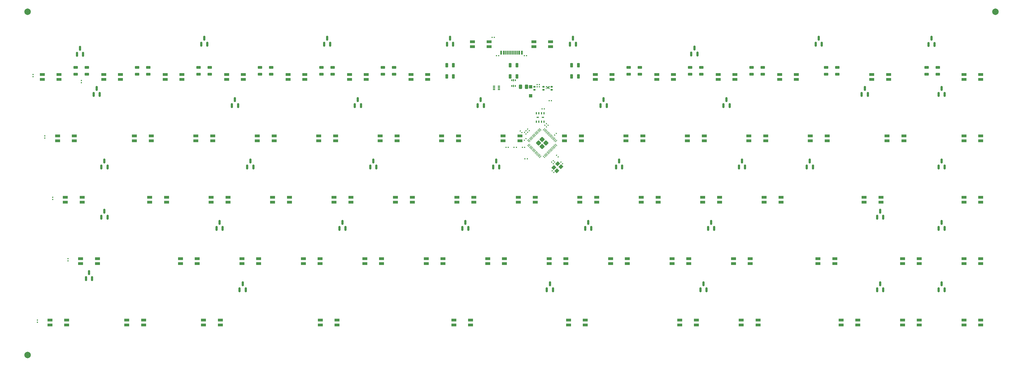
<source format=gbp>
G04 #@! TF.GenerationSoftware,KiCad,Pcbnew,(7.0.0)*
G04 #@! TF.CreationDate,2023-05-15T23:08:46-07:00*
G04 #@! TF.ProjectId,pcb-solder-rails,7063622d-736f-46c6-9465-722d7261696c,1.0*
G04 #@! TF.SameCoordinates,Original*
G04 #@! TF.FileFunction,Paste,Bot*
G04 #@! TF.FilePolarity,Positive*
%FSLAX46Y46*%
G04 Gerber Fmt 4.6, Leading zero omitted, Abs format (unit mm)*
G04 Created by KiCad (PCBNEW (7.0.0)) date 2023-05-15 23:08:46*
%MOMM*%
%LPD*%
G01*
G04 APERTURE LIST*
G04 Aperture macros list*
%AMRoundRect*
0 Rectangle with rounded corners*
0 $1 Rounding radius*
0 $2 $3 $4 $5 $6 $7 $8 $9 X,Y pos of 4 corners*
0 Add a 4 corners polygon primitive as box body*
4,1,4,$2,$3,$4,$5,$6,$7,$8,$9,$2,$3,0*
0 Add four circle primitives for the rounded corners*
1,1,$1+$1,$2,$3*
1,1,$1+$1,$4,$5*
1,1,$1+$1,$6,$7*
1,1,$1+$1,$8,$9*
0 Add four rect primitives between the rounded corners*
20,1,$1+$1,$2,$3,$4,$5,0*
20,1,$1+$1,$4,$5,$6,$7,0*
20,1,$1+$1,$6,$7,$8,$9,0*
20,1,$1+$1,$8,$9,$2,$3,0*%
%AMRotRect*
0 Rectangle, with rotation*
0 The origin of the aperture is its center*
0 $1 length*
0 $2 width*
0 $3 Rotation angle, in degrees counterclockwise*
0 Add horizontal line*
21,1,$1,$2,0,0,$3*%
G04 Aperture macros list end*
%ADD10C,0.010000*%
%ADD11RoundRect,0.082000X-0.718000X0.328000X-0.718000X-0.328000X0.718000X-0.328000X0.718000X0.328000X0*%
%ADD12RoundRect,0.082000X0.718000X-0.328000X0.718000X0.328000X-0.718000X0.328000X-0.718000X-0.328000X0*%
%ADD13C,2.000000*%
%ADD14RoundRect,0.079500X0.079500X0.100500X-0.079500X0.100500X-0.079500X-0.100500X0.079500X-0.100500X0*%
%ADD15RoundRect,0.150000X0.150000X-0.587500X0.150000X0.587500X-0.150000X0.587500X-0.150000X-0.587500X0*%
%ADD16RoundRect,0.090000X0.560000X-0.360000X0.560000X0.360000X-0.560000X0.360000X-0.560000X-0.360000X0*%
%ADD17RotRect,1.150000X1.000000X45.000000*%
%ADD18RoundRect,0.079500X0.014849X-0.127279X0.127279X-0.014849X-0.014849X0.127279X-0.127279X0.014849X0*%
%ADD19RoundRect,0.079500X-0.100500X0.079500X-0.100500X-0.079500X0.100500X-0.079500X0.100500X0.079500X0*%
%ADD20R,0.375000X0.500000*%
%ADD21R,0.300000X0.650000*%
%ADD22RoundRect,0.079500X-0.127279X-0.014849X-0.014849X-0.127279X0.127279X0.014849X0.014849X0.127279X0*%
%ADD23RoundRect,0.079500X0.100500X-0.079500X0.100500X0.079500X-0.100500X0.079500X-0.100500X-0.079500X0*%
%ADD24R,0.400000X0.800000*%
%ADD25R,0.800000X0.350000*%
%ADD26R,0.600000X1.150000*%
%ADD27R,0.300000X1.150000*%
%ADD28RoundRect,0.079500X0.127279X0.014849X0.014849X0.127279X-0.127279X-0.014849X-0.014849X-0.127279X0*%
%ADD29RoundRect,0.249999X0.000000X0.558616X-0.558616X0.000000X0.000000X-0.558616X0.558616X0.000000X0*%
%ADD30RoundRect,0.050000X0.238649X0.309359X-0.309359X-0.238649X-0.238649X-0.309359X0.309359X0.238649X0*%
%ADD31RoundRect,0.050000X-0.238649X0.309359X-0.309359X0.238649X0.238649X-0.309359X0.309359X-0.238649X0*%
%ADD32RoundRect,0.079500X-0.079500X-0.100500X0.079500X-0.100500X0.079500X0.100500X-0.079500X0.100500X0*%
%ADD33RoundRect,0.090000X0.360000X0.560000X-0.360000X0.560000X-0.360000X-0.560000X0.360000X-0.560000X0*%
%ADD34RoundRect,0.140000X-0.170000X0.140000X-0.170000X-0.140000X0.170000X-0.140000X0.170000X0.140000X0*%
%ADD35RoundRect,0.079500X-0.014849X0.127279X-0.127279X0.014849X0.014849X-0.127279X0.127279X-0.014849X0*%
%ADD36R,0.700000X0.340000*%
%ADD37RoundRect,0.090000X-0.360000X-0.560000X0.360000X-0.560000X0.360000X0.560000X-0.360000X0.560000X0*%
%ADD38RoundRect,0.250000X0.300000X-0.300000X0.300000X0.300000X-0.300000X0.300000X-0.300000X-0.300000X0*%
%ADD39RoundRect,0.243750X-0.243750X-0.456250X0.243750X-0.456250X0.243750X0.456250X-0.243750X0.456250X0*%
G04 APERTURE END LIST*
G04 #@! TO.C,U8*
G36*
X164108663Y85461663D02*
G01*
X163767000Y85120001D01*
X163425337Y85461663D01*
X163767000Y85803326D01*
X164108663Y85461663D01*
G37*
D10*
X164108663Y85461663D02*
X163767000Y85120001D01*
X163425337Y85461663D01*
X163767000Y85803326D01*
X164108663Y85461663D01*
G36*
X164377000Y85030000D02*
G01*
X163952000Y85030000D01*
X163952000Y85060000D01*
X164197000Y85310000D01*
X164377000Y85310000D01*
X164377000Y85030000D01*
G37*
G36*
X164377000Y85610000D02*
G01*
X164197000Y85610000D01*
X163952000Y85860000D01*
X163952000Y85890000D01*
X164377000Y85890000D01*
X164377000Y85610000D01*
G37*
G36*
X163582000Y85060000D02*
G01*
X163582000Y85030000D01*
X163157000Y85030000D01*
X163157000Y85310000D01*
X163337000Y85310000D01*
X163582000Y85060000D01*
G37*
G36*
X163582000Y85860000D02*
G01*
X163337000Y85610000D01*
X163157000Y85610000D01*
X163157000Y85890000D01*
X163582000Y85890000D01*
X163582000Y85860000D01*
G37*
G04 #@! TD*
D11*
G04 #@! TO.C,D16*
X26099500Y89520001D03*
X26099500Y88020001D03*
X31299500Y88020001D03*
X31299500Y89520001D03*
G04 #@! TD*
G04 #@! TO.C,D65*
X145162000Y32370001D03*
X145162000Y30870001D03*
X150362000Y30870001D03*
X150362000Y32370001D03*
G04 #@! TD*
G04 #@! TO.C,D81*
X254699500Y13320001D03*
X254699500Y11820001D03*
X259899500Y11820001D03*
X259899500Y13320001D03*
G04 #@! TD*
G04 #@! TO.C,D72*
X292799500Y32370001D03*
X292799500Y30870001D03*
X297999500Y30870001D03*
X297999500Y32370001D03*
G04 #@! TD*
G04 #@! TO.C,D25*
X197549500Y89520001D03*
X197549500Y88020001D03*
X202749500Y88020001D03*
X202749500Y89520001D03*
G04 #@! TD*
G04 #@! TO.C,D17*
X45149500Y89520001D03*
X45149500Y88020001D03*
X50349500Y88020001D03*
X50349500Y89520001D03*
G04 #@! TD*
G04 #@! TO.C,D78*
X170226000Y13320001D03*
X170226000Y11820001D03*
X175426000Y11820001D03*
X175426000Y13320001D03*
G04 #@! TD*
G04 #@! TO.C,D71*
X273749500Y32370001D03*
X273749500Y30870001D03*
X278949500Y30870001D03*
X278949500Y32370001D03*
G04 #@! TD*
G04 #@! TO.C,D29*
X292799500Y89520001D03*
X292799500Y88020001D03*
X297999500Y88020001D03*
X297999500Y89520001D03*
G04 #@! TD*
G04 #@! TO.C,D48*
X78487000Y51420001D03*
X78487000Y49920001D03*
X83687000Y49920001D03*
X83687000Y51420001D03*
G04 #@! TD*
G04 #@! TO.C,D73*
X9430750Y13320001D03*
X9430750Y11820001D03*
X14630750Y11820001D03*
X14630750Y13320001D03*
G04 #@! TD*
G04 #@! TO.C,D67*
X183262000Y32370001D03*
X183262000Y30870001D03*
X188462000Y30870001D03*
X188462000Y32370001D03*
G04 #@! TD*
G04 #@! TO.C,D37*
X149924500Y70470001D03*
X149924500Y68970001D03*
X155124500Y68970001D03*
X155124500Y70470001D03*
G04 #@! TD*
G04 #@! TO.C,D28*
X264224500Y89520001D03*
X264224500Y88020001D03*
X269424500Y88020001D03*
X269424500Y89520001D03*
G04 #@! TD*
G04 #@! TO.C,D51*
X135637000Y51420001D03*
X135637000Y49920001D03*
X140837000Y49920001D03*
X140837000Y51420001D03*
G04 #@! TD*
G04 #@! TO.C,D38*
X168974500Y70470001D03*
X168974500Y68970001D03*
X174174500Y68970001D03*
X174174500Y70470001D03*
G04 #@! TD*
G04 #@! TO.C,D55*
X211837000Y51420001D03*
X211837000Y49920001D03*
X217037000Y49920001D03*
X217037000Y51420001D03*
G04 #@! TD*
G04 #@! TO.C,D76*
X93240500Y13317901D03*
X93240500Y11817901D03*
X98440500Y11817901D03*
X98440500Y13317901D03*
G04 #@! TD*
G04 #@! TO.C,D15*
X7049500Y89520001D03*
X7049500Y88020001D03*
X12249500Y88020001D03*
X12249500Y89520001D03*
G04 #@! TD*
G04 #@! TO.C,D74*
X33243250Y13320001D03*
X33243250Y11820001D03*
X38443250Y11820001D03*
X38443250Y13320001D03*
G04 #@! TD*
G04 #@! TO.C,D27*
X235649500Y89520001D03*
X235649500Y88020001D03*
X240849500Y88020001D03*
X240849500Y89520001D03*
G04 #@! TD*
G04 #@! TO.C,D58*
X292799500Y51420001D03*
X292799500Y49920001D03*
X297999500Y49920001D03*
X297999500Y51420001D03*
G04 #@! TD*
G04 #@! TO.C,D54*
X192787000Y51420001D03*
X192787000Y49920001D03*
X197987000Y49920001D03*
X197987000Y51420001D03*
G04 #@! TD*
D12*
G04 #@! TO.C,D22*
X145599500Y98179999D03*
X145599500Y99679999D03*
X140399500Y99679999D03*
X140399500Y98179999D03*
G04 #@! TD*
D13*
G04 #@! TO.C,REF\u002A\u002A*
X2500000Y109000000D03*
G04 #@! TD*
D11*
G04 #@! TO.C,D52*
X154687000Y51420001D03*
X154687000Y49920001D03*
X159887000Y49920001D03*
X159887000Y51420001D03*
G04 #@! TD*
G04 #@! TO.C,D40*
X207074500Y70470001D03*
X207074500Y68970001D03*
X212274500Y68970001D03*
X212274500Y70470001D03*
G04 #@! TD*
G04 #@! TO.C,D49*
X97537000Y51420001D03*
X97537000Y49920001D03*
X102737000Y49920001D03*
X102737000Y51420001D03*
G04 #@! TD*
G04 #@! TO.C,D33*
X73724500Y70470001D03*
X73724500Y68970001D03*
X78924500Y68970001D03*
X78924500Y70470001D03*
G04 #@! TD*
G04 #@! TO.C,D66*
X164212000Y32370001D03*
X164212000Y30870001D03*
X169412000Y30870001D03*
X169412000Y32370001D03*
G04 #@! TD*
G04 #@! TO.C,D64*
X126112000Y32370001D03*
X126112000Y30870001D03*
X131312000Y30870001D03*
X131312000Y32370001D03*
G04 #@! TD*
G04 #@! TO.C,D69*
X221362000Y32370001D03*
X221362000Y30870001D03*
X226562000Y30870001D03*
X226562000Y32370001D03*
G04 #@! TD*
G04 #@! TO.C,D19*
X83249500Y89520001D03*
X83249500Y88020001D03*
X88449500Y88020001D03*
X88449500Y89520001D03*
G04 #@! TD*
G04 #@! TO.C,D39*
X188024500Y70470001D03*
X188024500Y68970001D03*
X193224500Y68970001D03*
X193224500Y70470001D03*
G04 #@! TD*
G04 #@! TO.C,D77*
X134641250Y13320001D03*
X134641250Y11820001D03*
X139841250Y11820001D03*
X139841250Y13320001D03*
G04 #@! TD*
D12*
G04 #@! TO.C,D23*
X164649500Y98179999D03*
X164649500Y99679999D03*
X159449500Y99679999D03*
X159449500Y98179999D03*
G04 #@! TD*
D11*
G04 #@! TO.C,D53*
X173737000Y51420001D03*
X173737000Y49920001D03*
X178937000Y49920001D03*
X178937000Y51420001D03*
G04 #@! TD*
D13*
G04 #@! TO.C,REF\u002A\u002A*
X2500000Y2500000D03*
G04 #@! TD*
D11*
G04 #@! TO.C,D75*
X57055750Y13320001D03*
X57055750Y11820001D03*
X62255750Y11820001D03*
X62255750Y13320001D03*
G04 #@! TD*
G04 #@! TO.C,D60*
X49912000Y32370001D03*
X49912000Y30870001D03*
X55112000Y30870001D03*
X55112000Y32370001D03*
G04 #@! TD*
G04 #@! TO.C,D18*
X64199500Y89520001D03*
X64199500Y88020001D03*
X69399500Y88020001D03*
X69399500Y89520001D03*
G04 #@! TD*
D13*
G04 #@! TO.C,REF\u002A\u002A*
X302549000Y109000000D03*
G04 #@! TD*
D11*
G04 #@! TO.C,D24*
X178499500Y89520001D03*
X178499500Y88020001D03*
X183699500Y88020001D03*
X183699500Y89520001D03*
G04 #@! TD*
G04 #@! TO.C,D50*
X116587000Y51420001D03*
X116587000Y49920001D03*
X121787000Y49920001D03*
X121787000Y51420001D03*
G04 #@! TD*
G04 #@! TO.C,D47*
X59437000Y51420001D03*
X59437000Y49920001D03*
X64637000Y49920001D03*
X64637000Y51420001D03*
G04 #@! TD*
G04 #@! TO.C,D42*
X245174500Y70470001D03*
X245174500Y68970001D03*
X250374500Y68970001D03*
X250374500Y70470001D03*
G04 #@! TD*
G04 #@! TO.C,D44*
X292799500Y70470001D03*
X292799500Y68970001D03*
X297999500Y68970001D03*
X297999500Y70470001D03*
G04 #@! TD*
G04 #@! TO.C,D32*
X54674500Y70470001D03*
X54674500Y68970001D03*
X59874500Y68970001D03*
X59874500Y70470001D03*
G04 #@! TD*
G04 #@! TO.C,D36*
X130874500Y70470001D03*
X130874500Y68970001D03*
X136074500Y68970001D03*
X136074500Y70470001D03*
G04 #@! TD*
G04 #@! TO.C,D34*
X92774500Y70470001D03*
X92774500Y68970001D03*
X97974500Y68970001D03*
X97974500Y70470001D03*
G04 #@! TD*
G04 #@! TO.C,D56*
X230887000Y51420001D03*
X230887000Y49920001D03*
X236087000Y49920001D03*
X236087000Y51420001D03*
G04 #@! TD*
G04 #@! TO.C,D68*
X202312000Y32370001D03*
X202312000Y30870001D03*
X207512000Y30870001D03*
X207512000Y32370001D03*
G04 #@! TD*
G04 #@! TO.C,D61*
X68962000Y32370001D03*
X68962000Y30870001D03*
X74162000Y30870001D03*
X74162000Y32370001D03*
G04 #@! TD*
G04 #@! TO.C,D43*
X268987000Y70470001D03*
X268987000Y68970001D03*
X274187000Y68970001D03*
X274187000Y70470001D03*
G04 #@! TD*
G04 #@! TO.C,D57*
X261843250Y51420001D03*
X261843250Y49920001D03*
X267043250Y49920001D03*
X267043250Y51420001D03*
G04 #@! TD*
G04 #@! TO.C,D80*
X223743250Y13320001D03*
X223743250Y11820001D03*
X228943250Y11820001D03*
X228943250Y13320001D03*
G04 #@! TD*
G04 #@! TO.C,D26*
X216599500Y89520001D03*
X216599500Y88020001D03*
X221799500Y88020001D03*
X221799500Y89520001D03*
G04 #@! TD*
G04 #@! TO.C,D41*
X226124500Y70470001D03*
X226124500Y68970001D03*
X231324500Y68970001D03*
X231324500Y70470001D03*
G04 #@! TD*
G04 #@! TO.C,D31*
X35624500Y70470001D03*
X35624500Y68970001D03*
X40824500Y68970001D03*
X40824500Y70470001D03*
G04 #@! TD*
G04 #@! TO.C,D79*
X204654950Y13320001D03*
X204654950Y11820001D03*
X209854950Y11820001D03*
X209854950Y13320001D03*
G04 #@! TD*
G04 #@! TO.C,D63*
X107062000Y32370001D03*
X107062000Y30870001D03*
X112262000Y30870001D03*
X112262000Y32370001D03*
G04 #@! TD*
G04 #@! TO.C,D35*
X111824500Y70470001D03*
X111824500Y68970001D03*
X117024500Y68970001D03*
X117024500Y70470001D03*
G04 #@! TD*
G04 #@! TO.C,D62*
X88012000Y32370001D03*
X88012000Y30870001D03*
X93212000Y30870001D03*
X93212000Y32370001D03*
G04 #@! TD*
G04 #@! TO.C,D59*
X18955750Y32370001D03*
X18955750Y30870001D03*
X24155750Y30870001D03*
X24155750Y32370001D03*
G04 #@! TD*
G04 #@! TO.C,D20*
X102299500Y89520001D03*
X102299500Y88020001D03*
X107499500Y88020001D03*
X107499500Y89520001D03*
G04 #@! TD*
G04 #@! TO.C,D83*
X292799500Y13320001D03*
X292799500Y11820001D03*
X297999500Y11820001D03*
X297999500Y13320001D03*
G04 #@! TD*
G04 #@! TO.C,D82*
X273749500Y13320001D03*
X273749500Y11820001D03*
X278949500Y11820001D03*
X278949500Y13320001D03*
G04 #@! TD*
G04 #@! TO.C,D70*
X247555750Y32370001D03*
X247555750Y30870001D03*
X252755750Y30870001D03*
X252755750Y32370001D03*
G04 #@! TD*
G04 #@! TO.C,D45*
X14193250Y51420001D03*
X14193250Y49920001D03*
X19393250Y49920001D03*
X19393250Y51420001D03*
G04 #@! TD*
G04 #@! TO.C,D21*
X121349500Y89520001D03*
X121349500Y88020001D03*
X126549500Y88020001D03*
X126549500Y89520001D03*
G04 #@! TD*
G04 #@! TO.C,D46*
X40387000Y51420001D03*
X40387000Y49920001D03*
X45587000Y49920001D03*
X45587000Y51420001D03*
G04 #@! TD*
G04 #@! TO.C,D30*
X11812000Y70470001D03*
X11812000Y68970001D03*
X17012000Y68970001D03*
X17012000Y70470001D03*
G04 #@! TD*
D14*
G04 #@! TO.C,FB2*
X147212000Y101100000D03*
X146522000Y101100000D03*
G04 #@! TD*
D15*
G04 #@! TO.C,D108*
X62987000Y41782500D03*
X61087000Y41782500D03*
X62037000Y43657500D03*
G04 #@! TD*
D16*
G04 #@! TO.C,D6*
X112667000Y89650000D03*
X112667000Y91750000D03*
X116117000Y91750000D03*
X116117000Y89650000D03*
G04 #@! TD*
D15*
G04 #@! TO.C,D90*
X248727000Y98932500D03*
X246827000Y98932500D03*
X247777000Y100807500D03*
G04 #@! TD*
G04 #@! TO.C,D109*
X101087000Y41782500D03*
X99187000Y41782500D03*
X100137000Y43657500D03*
G04 #@! TD*
G04 #@! TO.C,D91*
X283687000Y98902500D03*
X281787000Y98902500D03*
X282737000Y100777500D03*
G04 #@! TD*
D17*
G04 #@! TO.C,Y2*
X165633306Y60666255D03*
X166870743Y61903692D03*
X167860692Y60913743D03*
X166623255Y59676306D03*
G04 #@! TD*
D16*
G04 #@! TO.C,D4*
X74577000Y89650000D03*
X74577000Y91750000D03*
X78027000Y91750000D03*
X78027000Y89650000D03*
G04 #@! TD*
D18*
G04 #@! TO.C,C32*
X163393048Y73326048D03*
X163880952Y73813952D03*
G04 #@! TD*
D19*
G04 #@! TO.C,C12*
X15017000Y32385000D03*
X15017000Y31695000D03*
G04 #@! TD*
D15*
G04 #@! TO.C,D92*
X24877000Y83382500D03*
X22977000Y83382500D03*
X23927000Y85257500D03*
G04 #@! TD*
D20*
G04 #@! TO.C,U2*
X153674499Y86029999D03*
D21*
X153136999Y85954999D03*
D20*
X152599499Y86029999D03*
X152599499Y87729999D03*
D21*
X153136999Y87804999D03*
D20*
X153674499Y87729999D03*
G04 #@! TD*
D14*
G04 #@! TO.C,C31*
X156622000Y66960000D03*
X155932000Y66960000D03*
G04 #@! TD*
D15*
G04 #@! TO.C,D84*
X19687000Y95832500D03*
X17787000Y95832500D03*
X18737000Y97707500D03*
G04 #@! TD*
G04 #@! TO.C,D122*
X165382000Y22732500D03*
X163482000Y22732500D03*
X164432000Y24607500D03*
G04 #@! TD*
G04 #@! TO.C,D104*
X186817000Y60832500D03*
X184917000Y60832500D03*
X185867000Y62707500D03*
G04 #@! TD*
D22*
G04 #@! TO.C,R2*
X157023048Y72083952D03*
X157510952Y71596048D03*
G04 #@! TD*
D23*
G04 #@! TO.C,FB1*
X160457000Y85755000D03*
X160457000Y86445000D03*
G04 #@! TD*
D14*
G04 #@! TO.C,C30*
X157402000Y63400000D03*
X156712000Y63400000D03*
G04 #@! TD*
D15*
G04 #@! TO.C,D110*
X139187000Y41782500D03*
X137287000Y41782500D03*
X138237000Y43657500D03*
G04 #@! TD*
G04 #@! TO.C,D88*
X172527000Y98922500D03*
X170627000Y98922500D03*
X171577000Y100797500D03*
G04 #@! TD*
G04 #@! TO.C,D121*
X245967000Y60825000D03*
X244067000Y60825000D03*
X245017000Y62700000D03*
G04 #@! TD*
G04 #@! TO.C,D116*
X70127000Y22732500D03*
X68227000Y22732500D03*
X69177000Y24607500D03*
G04 #@! TD*
G04 #@! TO.C,D107*
X27267000Y45292500D03*
X25367000Y45292500D03*
X26317000Y47167500D03*
G04 #@! TD*
D24*
G04 #@! TO.C,U1*
X162624999Y74929999D03*
X161824999Y74929999D03*
X161024999Y74929999D03*
X160224999Y74929999D03*
X160224999Y77529999D03*
X161024999Y77529999D03*
X161824999Y77529999D03*
X162624999Y77529999D03*
D25*
X162226999Y76229999D03*
X160626999Y76229999D03*
G04 #@! TD*
D16*
G04 #@! TO.C,D5*
X93627000Y89650000D03*
X93627000Y91750000D03*
X97077000Y91750000D03*
X97077000Y89650000D03*
G04 #@! TD*
G04 #@! TO.C,D2*
X36477000Y89650000D03*
X36477000Y91750000D03*
X39927000Y91750000D03*
X39927000Y89650000D03*
G04 #@! TD*
D15*
G04 #@! TO.C,D96*
X182047000Y79882500D03*
X180147000Y79882500D03*
X181097000Y81757500D03*
G04 #@! TD*
G04 #@! TO.C,D95*
X143947000Y79882500D03*
X142047000Y79882500D03*
X142997000Y81757500D03*
G04 #@! TD*
G04 #@! TO.C,D106*
X286827000Y60832500D03*
X284927000Y60832500D03*
X285877000Y62707500D03*
G04 #@! TD*
D19*
G04 #@! TO.C,C9*
X4177000Y89535000D03*
X4177000Y88845000D03*
G04 #@! TD*
D26*
G04 #@! TO.C,J2*
X149336999Y96344999D03*
X150136999Y96344999D03*
D27*
X151286999Y96344999D03*
X152286999Y96344999D03*
X152786999Y96344999D03*
X153786999Y96344999D03*
D26*
X154936999Y96344999D03*
X155736999Y96344999D03*
X155736999Y96344999D03*
X154936999Y96344999D03*
D27*
X154286999Y96344999D03*
X153286999Y96344999D03*
X151786999Y96344999D03*
X150786999Y96344999D03*
D26*
X150136999Y96344999D03*
X149336999Y96344999D03*
G04 #@! TD*
D15*
G04 #@! TO.C,D100*
X27267000Y60832500D03*
X25367000Y60832500D03*
X26317000Y62707500D03*
G04 #@! TD*
D28*
G04 #@! TO.C,C27*
X158020952Y72086048D03*
X157533048Y72573952D03*
G04 #@! TD*
D14*
G04 #@! TO.C,C1*
X162672000Y78890000D03*
X161982000Y78890000D03*
G04 #@! TD*
D19*
G04 #@! TO.C,C11*
X10267000Y51435000D03*
X10267000Y50745000D03*
G04 #@! TD*
D28*
G04 #@! TO.C,C33*
X155720952Y71506048D03*
X155233048Y71993952D03*
G04 #@! TD*
D29*
G04 #@! TO.C,U6*
X163168371Y68288629D03*
X162037000Y69420000D03*
X162037000Y67157258D03*
X160905629Y68288629D03*
D30*
X162629202Y72557786D03*
X162912045Y72274943D03*
X163194887Y71992101D03*
X163477730Y71709258D03*
X163760573Y71426415D03*
X164043415Y71143573D03*
X164326258Y70860730D03*
X164609101Y70577887D03*
X164891944Y70295044D03*
X165174786Y70012202D03*
X165457629Y69729359D03*
X165740472Y69446516D03*
X166023314Y69163674D03*
X166306157Y68880831D03*
D31*
X166306157Y67696427D03*
X166023314Y67413584D03*
X165740472Y67130742D03*
X165457629Y66847899D03*
X165174786Y66565056D03*
X164891944Y66282214D03*
X164609101Y65999371D03*
X164326258Y65716528D03*
X164043415Y65433685D03*
X163760573Y65150843D03*
X163477730Y64868000D03*
X163194887Y64585157D03*
X162912045Y64302315D03*
X162629202Y64019472D03*
D30*
X161444798Y64019472D03*
X161161955Y64302315D03*
X160879113Y64585157D03*
X160596270Y64868000D03*
X160313427Y65150843D03*
X160030585Y65433685D03*
X159747742Y65716528D03*
X159464899Y65999371D03*
X159182056Y66282214D03*
X158899214Y66565056D03*
X158616371Y66847899D03*
X158333528Y67130742D03*
X158050686Y67413584D03*
X157767843Y67696427D03*
D31*
X157767843Y68880831D03*
X158050686Y69163674D03*
X158333528Y69446516D03*
X158616371Y69729359D03*
X158899214Y70012202D03*
X159182056Y70295044D03*
X159464899Y70577887D03*
X159747742Y70860730D03*
X160030585Y71143573D03*
X160313427Y71426415D03*
X160596270Y71709258D03*
X160879113Y71992101D03*
X161161955Y72274943D03*
X161444798Y72557786D03*
G04 #@! TD*
D15*
G04 #@! TO.C,D117*
X213007000Y22732500D03*
X211107000Y22732500D03*
X212057000Y24607500D03*
G04 #@! TD*
D19*
G04 #@! TO.C,C13*
X5537000Y13345000D03*
X5537000Y12655000D03*
G04 #@! TD*
G04 #@! TO.C,C16*
X161157000Y86435000D03*
X161157000Y85745000D03*
G04 #@! TD*
D15*
G04 #@! TO.C,D102*
X110617000Y60832500D03*
X108717000Y60832500D03*
X109667000Y62707500D03*
G04 #@! TD*
G04 #@! TO.C,D113*
X267777000Y45282500D03*
X265877000Y45282500D03*
X266827000Y47157500D03*
G04 #@! TD*
G04 #@! TO.C,D114*
X286827000Y41782500D03*
X284927000Y41782500D03*
X285877000Y43657500D03*
G04 #@! TD*
D32*
G04 #@! TO.C,R4*
X156522000Y95400000D03*
X157212000Y95400000D03*
G04 #@! TD*
D15*
G04 #@! TO.C,D87*
X134427000Y98932500D03*
X132527000Y98932500D03*
X133477000Y100807500D03*
G04 #@! TD*
D32*
G04 #@! TO.C,C25*
X150842000Y66970000D03*
X151532000Y66970000D03*
G04 #@! TD*
D33*
G04 #@! TO.C,D9*
X173297000Y88950000D03*
X171197000Y88950000D03*
X171197000Y92400000D03*
X173297000Y92400000D03*
G04 #@! TD*
D18*
G04 #@! TO.C,R20*
X165443048Y61866048D03*
X165930952Y62353952D03*
G04 #@! TD*
D15*
G04 #@! TO.C,D86*
X96327000Y98932500D03*
X94427000Y98932500D03*
X95377000Y100807500D03*
G04 #@! TD*
D34*
G04 #@! TO.C,C40*
X165007000Y85770000D03*
X165007000Y84810000D03*
G04 #@! TD*
D15*
G04 #@! TO.C,D97*
X220147000Y79882500D03*
X218247000Y79882500D03*
X219197000Y81757500D03*
G04 #@! TD*
D28*
G04 #@! TO.C,C24*
X165630952Y59196048D03*
X165143048Y59683952D03*
G04 #@! TD*
D15*
G04 #@! TO.C,D85*
X58227000Y98922500D03*
X56327000Y98922500D03*
X57277000Y100797500D03*
G04 #@! TD*
D35*
G04 #@! TO.C,C35*
X165460952Y62833952D03*
X164973048Y62346048D03*
G04 #@! TD*
D18*
G04 #@! TO.C,C28*
X165933048Y70756048D03*
X166420952Y71243952D03*
G04 #@! TD*
D33*
G04 #@! TO.C,D8*
X154197000Y88940000D03*
X152097000Y88940000D03*
X152097000Y92390000D03*
X154197000Y92390000D03*
G04 #@! TD*
D22*
G04 #@! TO.C,C23*
X167853048Y62383952D03*
X168340952Y61896048D03*
G04 #@! TD*
D16*
G04 #@! TO.C,D10*
X188877000Y89650000D03*
X188877000Y91750000D03*
X192327000Y91750000D03*
X192327000Y89650000D03*
G04 #@! TD*
D15*
G04 #@! TO.C,D98*
X263007000Y83382500D03*
X261107000Y83382500D03*
X262057000Y85257500D03*
G04 #@! TD*
D22*
G04 #@! TO.C,R1*
X156563048Y71593952D03*
X157050952Y71106048D03*
G04 #@! TD*
D14*
G04 #@! TO.C,C34*
X154022000Y66980000D03*
X153332000Y66980000D03*
G04 #@! TD*
D15*
G04 #@! TO.C,D94*
X105847000Y79882500D03*
X103947000Y79882500D03*
X104897000Y81757500D03*
G04 #@! TD*
D36*
G04 #@! TO.C,U7*
X147136999Y84919999D03*
X147136999Y85419999D03*
X147136999Y85919999D03*
X148636999Y85919999D03*
X148636999Y85419999D03*
X148636999Y84919999D03*
G04 #@! TD*
D14*
G04 #@! TO.C,R3*
X148552000Y95400000D03*
X147862000Y95400000D03*
G04 #@! TD*
D18*
G04 #@! TO.C,C26*
X156493048Y69146048D03*
X156980952Y69633952D03*
G04 #@! TD*
D32*
G04 #@! TO.C,R5*
X164242000Y81440000D03*
X164932000Y81440000D03*
G04 #@! TD*
D16*
G04 #@! TO.C,D13*
X250067000Y89630000D03*
X250067000Y91730000D03*
X253517000Y91730000D03*
X253517000Y89630000D03*
G04 #@! TD*
D15*
G04 #@! TO.C,D111*
X177287000Y41782500D03*
X175387000Y41782500D03*
X176337000Y43657500D03*
G04 #@! TD*
D34*
G04 #@! TO.C,C15*
X159637000Y85780000D03*
X159637000Y84820000D03*
G04 #@! TD*
D37*
G04 #@! TO.C,D7*
X132437000Y92440000D03*
X134537000Y92440000D03*
X134537000Y88990000D03*
X132437000Y88990000D03*
G04 #@! TD*
D38*
G04 #@! TO.C,D120*
X158467000Y82970000D03*
X158467000Y85770000D03*
G04 #@! TD*
D39*
G04 #@! TO.C,F1*
X155289500Y85770000D03*
X157164500Y85770000D03*
G04 #@! TD*
D15*
G04 #@! TO.C,D89*
X210167000Y95862500D03*
X208267000Y95862500D03*
X209217000Y97737500D03*
G04 #@! TD*
D16*
G04 #@! TO.C,D1*
X17427000Y89650000D03*
X17427000Y91750000D03*
X20877000Y91750000D03*
X20877000Y89650000D03*
G04 #@! TD*
G04 #@! TO.C,D3*
X55527000Y89650000D03*
X55527000Y91750000D03*
X58977000Y91750000D03*
X58977000Y89650000D03*
G04 #@! TD*
D15*
G04 #@! TO.C,D112*
X215387000Y41782500D03*
X213487000Y41782500D03*
X214437000Y43657500D03*
G04 #@! TD*
D18*
G04 #@! TO.C,R17*
X162893048Y73826048D03*
X163380952Y74313952D03*
G04 #@! TD*
D15*
G04 #@! TO.C,D103*
X148717000Y60832500D03*
X146817000Y60832500D03*
X147767000Y62707500D03*
G04 #@! TD*
D16*
G04 #@! TO.C,D11*
X207927000Y89650000D03*
X207927000Y91750000D03*
X211377000Y91750000D03*
X211377000Y89650000D03*
G04 #@! TD*
D19*
G04 #@! TO.C,C10*
X7867000Y70495000D03*
X7867000Y69805000D03*
G04 #@! TD*
D15*
G04 #@! TO.C,D119*
X286827000Y22732500D03*
X284927000Y22732500D03*
X285877000Y24607500D03*
G04 #@! TD*
D16*
G04 #@! TO.C,D12*
X226987000Y89650000D03*
X226987000Y91750000D03*
X230437000Y91750000D03*
X230437000Y89650000D03*
G04 #@! TD*
D19*
G04 #@! TO.C,C14*
X19157000Y87675000D03*
X19157000Y86985000D03*
G04 #@! TD*
D15*
G04 #@! TO.C,D115*
X22507000Y26222500D03*
X20607000Y26222500D03*
X21557000Y28097500D03*
G04 #@! TD*
G04 #@! TO.C,D101*
X72507000Y60832500D03*
X70607000Y60832500D03*
X71557000Y62707500D03*
G04 #@! TD*
G04 #@! TO.C,D105*
X224917000Y60832500D03*
X223017000Y60832500D03*
X223967000Y62707500D03*
G04 #@! TD*
G04 #@! TO.C,D93*
X67747000Y79882500D03*
X65847000Y79882500D03*
X66797000Y81757500D03*
G04 #@! TD*
D16*
G04 #@! TO.C,D14*
X281247000Y89640000D03*
X281247000Y91740000D03*
X284697000Y91740000D03*
X284697000Y89640000D03*
G04 #@! TD*
D15*
G04 #@! TO.C,D118*
X267777000Y22732500D03*
X265877000Y22732500D03*
X266827000Y24607500D03*
G04 #@! TD*
D22*
G04 #@! TO.C,C29*
X166483048Y64453952D03*
X166970952Y63966048D03*
G04 #@! TD*
D15*
G04 #@! TO.C,D99*
X286827000Y83382500D03*
X284927000Y83382500D03*
X285877000Y85257500D03*
G04 #@! TD*
D34*
G04 #@! TO.C,C39*
X162457000Y85780000D03*
X162457000Y84820000D03*
G04 #@! TD*
M02*

</source>
